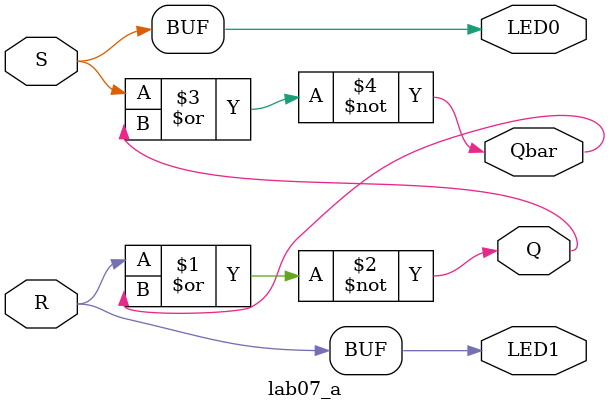
<source format=v>
module lab07_a(S,R,Q,Qbar, LED0, LED1);
input  S,R;
output Q,Qbar,LED0, LED1;


//basic latch: NOR
 
nor a1 (Q,R,Qbar);  //1st NOR gate, input: R,Qbar, output: Q
nor a2 (Qbar,S,Q);  //2nd NOR gate, input: S,Q, output: Qbar

assign LED0 = S;    //making LEDs ON when switches ON
assign LED1 = R;


//basic latch: NAND

//nand a3 (Q,S,Qbar);  //1st NAND gate, input: S,Qbar, output: Q
//nand a4 (Qbar,R,Q);  //2nd NAND gate, input: R,Q, output: Qbar



endmodule

</source>
